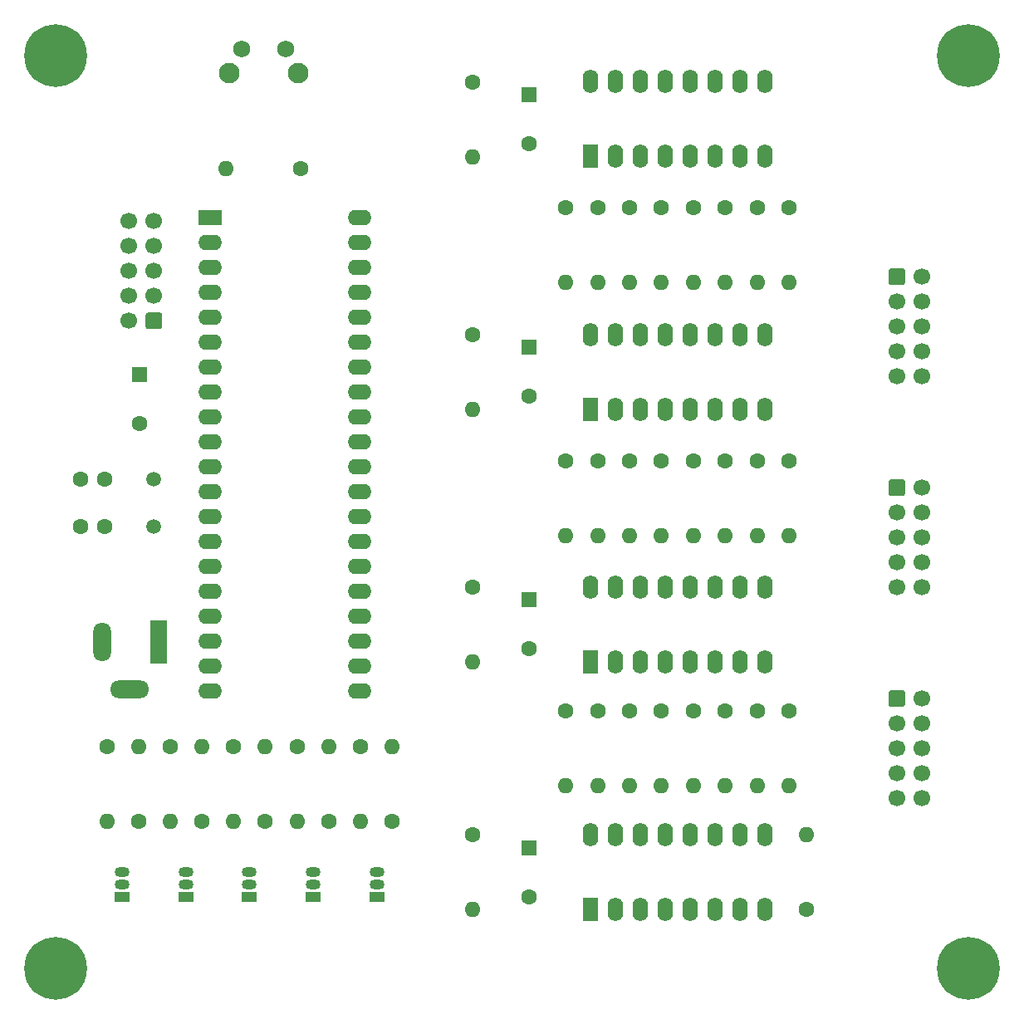
<source format=gbr>
%TF.GenerationSoftware,KiCad,Pcbnew,(5.1.10)-1*%
%TF.CreationDate,2021-09-10T20:59:57+02:00*%
%TF.ProjectId,LED_Cube_5X5X5,4c45445f-4375-4626-955f-35583558352e,rev?*%
%TF.SameCoordinates,Original*%
%TF.FileFunction,Soldermask,Bot*%
%TF.FilePolarity,Negative*%
%FSLAX46Y46*%
G04 Gerber Fmt 4.6, Leading zero omitted, Abs format (unit mm)*
G04 Created by KiCad (PCBNEW (5.1.10)-1) date 2021-09-10 20:59:57*
%MOMM*%
%LPD*%
G01*
G04 APERTURE LIST*
%ADD10C,1.700000*%
%ADD11C,1.600000*%
%ADD12R,1.600000X1.600000*%
%ADD13C,6.400000*%
%ADD14O,4.000000X1.800000*%
%ADD15O,1.800000X4.000000*%
%ADD16R,1.800000X4.400000*%
%ADD17O,1.500000X1.050000*%
%ADD18R,1.500000X1.050000*%
%ADD19O,1.600000X1.600000*%
%ADD20O,1.600000X2.400000*%
%ADD21R,1.600000X2.400000*%
%ADD22C,1.500000*%
%ADD23R,2.400000X1.600000*%
%ADD24O,2.400000X1.600000*%
%ADD25C,2.100000*%
%ADD26C,1.750000*%
G04 APERTURE END LIST*
%TO.C,J5*%
G36*
G01*
X190400000Y-123600000D02*
X190400000Y-122400000D01*
G75*
G02*
X190650000Y-122150000I250000J0D01*
G01*
X191850000Y-122150000D01*
G75*
G02*
X192100000Y-122400000I0J-250000D01*
G01*
X192100000Y-123600000D01*
G75*
G02*
X191850000Y-123850000I-250000J0D01*
G01*
X190650000Y-123850000D01*
G75*
G02*
X190400000Y-123600000I0J250000D01*
G01*
G37*
D10*
X191250000Y-125540000D03*
X191250000Y-128080000D03*
X191250000Y-130620000D03*
X191250000Y-133160000D03*
X193790000Y-123000000D03*
X193790000Y-125540000D03*
X193790000Y-128080000D03*
X193790000Y-130620000D03*
X193790000Y-133160000D03*
%TD*%
D11*
%TO.C,C1*%
X108000000Y-105500000D03*
X110500000Y-105500000D03*
%TD*%
%TO.C,C2*%
X110500000Y-100620000D03*
X108000000Y-100620000D03*
%TD*%
%TO.C,C3*%
X114000000Y-95000000D03*
D12*
X114000000Y-90000000D03*
%TD*%
%TO.C,C4*%
X153750000Y-61450000D03*
D11*
X153750000Y-66450000D03*
%TD*%
D12*
%TO.C,C5*%
X153750000Y-87200000D03*
D11*
X153750000Y-92200000D03*
%TD*%
%TO.C,C6*%
X153750000Y-117950000D03*
D12*
X153750000Y-112950000D03*
%TD*%
%TO.C,C7*%
X153750000Y-138200000D03*
D11*
X153750000Y-143200000D03*
%TD*%
D13*
%TO.C,H1*%
X105500000Y-57500000D03*
%TD*%
%TO.C,H2*%
X198500000Y-57500000D03*
%TD*%
%TO.C,H3*%
X198500000Y-150500000D03*
%TD*%
%TO.C,H4*%
X105500000Y-150500000D03*
%TD*%
D14*
%TO.C,J1*%
X113000000Y-122050000D03*
D15*
X110200000Y-117250000D03*
D16*
X116000000Y-117250000D03*
%TD*%
D17*
%TO.C,Q1*%
X112250000Y-141980000D03*
X112250000Y-140710000D03*
D18*
X112250000Y-143250000D03*
%TD*%
%TO.C,Q2*%
X118750000Y-143250000D03*
D17*
X118750000Y-140710000D03*
X118750000Y-141980000D03*
%TD*%
%TO.C,Q3*%
X125250000Y-141980000D03*
X125250000Y-140710000D03*
D18*
X125250000Y-143250000D03*
%TD*%
%TO.C,Q4*%
X131750000Y-143250000D03*
D17*
X131750000Y-140710000D03*
X131750000Y-141980000D03*
%TD*%
%TO.C,Q5*%
X138250000Y-141980000D03*
X138250000Y-140710000D03*
D18*
X138250000Y-143250000D03*
%TD*%
D11*
%TO.C,R1*%
X130500000Y-69000000D03*
D19*
X122880000Y-69000000D03*
%TD*%
D11*
%TO.C,R4*%
X148000000Y-60140000D03*
D19*
X148000000Y-67760000D03*
%TD*%
%TO.C,R5*%
X113972222Y-127880000D03*
D11*
X113972222Y-135500000D03*
%TD*%
%TO.C,R6*%
X120416666Y-135500000D03*
D19*
X120416666Y-127880000D03*
%TD*%
%TO.C,R7*%
X126861110Y-127880000D03*
D11*
X126861110Y-135500000D03*
%TD*%
D19*
%TO.C,R8*%
X133305554Y-127880000D03*
D11*
X133305554Y-135500000D03*
%TD*%
D19*
%TO.C,R9*%
X139750000Y-127880000D03*
D11*
X139750000Y-135500000D03*
%TD*%
D19*
%TO.C,R10*%
X110750000Y-135500000D03*
D11*
X110750000Y-127880000D03*
%TD*%
%TO.C,R11*%
X117194444Y-127880000D03*
D19*
X117194444Y-135500000D03*
%TD*%
D11*
%TO.C,R12*%
X123638888Y-127880000D03*
D19*
X123638888Y-135500000D03*
%TD*%
D11*
%TO.C,R13*%
X130083332Y-127880000D03*
D19*
X130083332Y-135500000D03*
%TD*%
D11*
%TO.C,R14*%
X136527776Y-127880000D03*
D19*
X136527776Y-135500000D03*
%TD*%
D11*
%TO.C,R16*%
X157500000Y-73000000D03*
D19*
X157500000Y-80620000D03*
%TD*%
%TO.C,R17*%
X160750000Y-80620000D03*
D11*
X160750000Y-73000000D03*
%TD*%
%TO.C,R18*%
X164000000Y-73000000D03*
D19*
X164000000Y-80620000D03*
%TD*%
%TO.C,R19*%
X167250000Y-80620000D03*
D11*
X167250000Y-73000000D03*
%TD*%
%TO.C,R20*%
X170500000Y-73000000D03*
D19*
X170500000Y-80620000D03*
%TD*%
%TO.C,R21*%
X173750000Y-80620000D03*
D11*
X173750000Y-73000000D03*
%TD*%
%TO.C,R22*%
X177000000Y-73000000D03*
D19*
X177000000Y-80620000D03*
%TD*%
%TO.C,R23*%
X180250000Y-80620000D03*
D11*
X180250000Y-73000000D03*
%TD*%
%TO.C,R24*%
X148000000Y-85890000D03*
D19*
X148000000Y-93510000D03*
%TD*%
D11*
%TO.C,R25*%
X157500000Y-98750000D03*
D19*
X157500000Y-106370000D03*
%TD*%
%TO.C,R26*%
X160750000Y-106370000D03*
D11*
X160750000Y-98750000D03*
%TD*%
%TO.C,R27*%
X164000000Y-98750000D03*
D19*
X164000000Y-106370000D03*
%TD*%
%TO.C,R28*%
X167250000Y-106370000D03*
D11*
X167250000Y-98750000D03*
%TD*%
%TO.C,R29*%
X170500000Y-98750000D03*
D19*
X170500000Y-106370000D03*
%TD*%
%TO.C,R30*%
X173750000Y-106370000D03*
D11*
X173750000Y-98750000D03*
%TD*%
%TO.C,R31*%
X177000000Y-98750000D03*
D19*
X177000000Y-106370000D03*
%TD*%
%TO.C,R32*%
X180250000Y-106370000D03*
D11*
X180250000Y-98750000D03*
%TD*%
D19*
%TO.C,R34*%
X148000000Y-119260000D03*
D11*
X148000000Y-111640000D03*
%TD*%
%TO.C,R35*%
X157500000Y-124250000D03*
D19*
X157500000Y-131870000D03*
%TD*%
%TO.C,R36*%
X160750000Y-131870000D03*
D11*
X160750000Y-124250000D03*
%TD*%
%TO.C,R37*%
X164000000Y-124250000D03*
D19*
X164000000Y-131870000D03*
%TD*%
%TO.C,R38*%
X167250000Y-131870000D03*
D11*
X167250000Y-124250000D03*
%TD*%
%TO.C,R39*%
X170500000Y-124250000D03*
D19*
X170500000Y-131870000D03*
%TD*%
%TO.C,R40*%
X173750000Y-131870000D03*
D11*
X173750000Y-124250000D03*
%TD*%
%TO.C,R41*%
X177000000Y-124250000D03*
D19*
X177000000Y-131870000D03*
%TD*%
%TO.C,R42*%
X180250000Y-131870000D03*
D11*
X180250000Y-124250000D03*
%TD*%
%TO.C,R43*%
X182000000Y-144510000D03*
D19*
X182000000Y-136890000D03*
%TD*%
D11*
%TO.C,R45*%
X148000000Y-136890000D03*
D19*
X148000000Y-144510000D03*
%TD*%
D20*
%TO.C,U2*%
X160000000Y-60130000D03*
X177780000Y-67750000D03*
X162540000Y-60130000D03*
X175240000Y-67750000D03*
X165080000Y-60130000D03*
X172700000Y-67750000D03*
X167620000Y-60130000D03*
X170160000Y-67750000D03*
X170160000Y-60130000D03*
X167620000Y-67750000D03*
X172700000Y-60130000D03*
X165080000Y-67750000D03*
X175240000Y-60130000D03*
X162540000Y-67750000D03*
X177780000Y-60130000D03*
D21*
X160000000Y-67750000D03*
%TD*%
%TO.C,U3*%
X160000000Y-93500000D03*
D20*
X177780000Y-85880000D03*
X162540000Y-93500000D03*
X175240000Y-85880000D03*
X165080000Y-93500000D03*
X172700000Y-85880000D03*
X167620000Y-93500000D03*
X170160000Y-85880000D03*
X170160000Y-93500000D03*
X167620000Y-85880000D03*
X172700000Y-93500000D03*
X165080000Y-85880000D03*
X175240000Y-93500000D03*
X162540000Y-85880000D03*
X177780000Y-93500000D03*
X160000000Y-85880000D03*
%TD*%
%TO.C,U4*%
X160000000Y-111630000D03*
X177780000Y-119250000D03*
X162540000Y-111630000D03*
X175240000Y-119250000D03*
X165080000Y-111630000D03*
X172700000Y-119250000D03*
X167620000Y-111630000D03*
X170160000Y-119250000D03*
X170160000Y-111630000D03*
X167620000Y-119250000D03*
X172700000Y-111630000D03*
X165080000Y-119250000D03*
X175240000Y-111630000D03*
X162540000Y-119250000D03*
X177780000Y-111630000D03*
D21*
X160000000Y-119250000D03*
%TD*%
%TO.C,U5*%
X160000000Y-144500000D03*
D20*
X177780000Y-136880000D03*
X162540000Y-144500000D03*
X175240000Y-136880000D03*
X165080000Y-144500000D03*
X172700000Y-136880000D03*
X167620000Y-144500000D03*
X170160000Y-136880000D03*
X170160000Y-144500000D03*
X167620000Y-136880000D03*
X172700000Y-144500000D03*
X165080000Y-136880000D03*
X175240000Y-144500000D03*
X162540000Y-136880000D03*
X177780000Y-144500000D03*
X160000000Y-136880000D03*
%TD*%
D22*
%TO.C,Y1*%
X115500000Y-105500000D03*
X115500000Y-100620000D03*
%TD*%
D23*
%TO.C,U1*%
X121250000Y-74000000D03*
D24*
X136490000Y-122260000D03*
X121250000Y-76540000D03*
X136490000Y-119720000D03*
X121250000Y-79080000D03*
X136490000Y-117180000D03*
X121250000Y-81620000D03*
X136490000Y-114640000D03*
X121250000Y-84160000D03*
X136490000Y-112100000D03*
X121250000Y-86700000D03*
X136490000Y-109560000D03*
X121250000Y-89240000D03*
X136490000Y-107020000D03*
X121250000Y-91780000D03*
X136490000Y-104480000D03*
X121250000Y-94320000D03*
X136490000Y-101940000D03*
X121250000Y-96860000D03*
X136490000Y-99400000D03*
X121250000Y-99400000D03*
X136490000Y-96860000D03*
X121250000Y-101940000D03*
X136490000Y-94320000D03*
X121250000Y-104480000D03*
X136490000Y-91780000D03*
X121250000Y-107020000D03*
X136490000Y-89240000D03*
X121250000Y-109560000D03*
X136490000Y-86700000D03*
X121250000Y-112100000D03*
X136490000Y-84160000D03*
X121250000Y-114640000D03*
X136490000Y-81620000D03*
X121250000Y-117180000D03*
X136490000Y-79080000D03*
X121250000Y-119720000D03*
X136490000Y-76540000D03*
X121250000Y-122260000D03*
X136490000Y-74000000D03*
%TD*%
%TO.C,J2*%
G36*
G01*
X116350000Y-83900000D02*
X116350000Y-85100000D01*
G75*
G02*
X116100000Y-85350000I-250000J0D01*
G01*
X114900000Y-85350000D01*
G75*
G02*
X114650000Y-85100000I0J250000D01*
G01*
X114650000Y-83900000D01*
G75*
G02*
X114900000Y-83650000I250000J0D01*
G01*
X116100000Y-83650000D01*
G75*
G02*
X116350000Y-83900000I0J-250000D01*
G01*
G37*
D10*
X115500000Y-81960000D03*
X115500000Y-79420000D03*
X115500000Y-76880000D03*
X115500000Y-74340000D03*
X112960000Y-84500000D03*
X112960000Y-81960000D03*
X112960000Y-79420000D03*
X112960000Y-76880000D03*
X112960000Y-74340000D03*
%TD*%
%TO.C,J3*%
G36*
G01*
X190400000Y-80600000D02*
X190400000Y-79400000D01*
G75*
G02*
X190650000Y-79150000I250000J0D01*
G01*
X191850000Y-79150000D01*
G75*
G02*
X192100000Y-79400000I0J-250000D01*
G01*
X192100000Y-80600000D01*
G75*
G02*
X191850000Y-80850000I-250000J0D01*
G01*
X190650000Y-80850000D01*
G75*
G02*
X190400000Y-80600000I0J250000D01*
G01*
G37*
X191250000Y-82540000D03*
X191250000Y-85080000D03*
X191250000Y-87620000D03*
X191250000Y-90160000D03*
X193790000Y-80000000D03*
X193790000Y-82540000D03*
X193790000Y-85080000D03*
X193790000Y-87620000D03*
X193790000Y-90160000D03*
%TD*%
%TO.C,J4*%
X193790000Y-111660000D03*
X193790000Y-109120000D03*
X193790000Y-106580000D03*
X193790000Y-104040000D03*
X193790000Y-101500000D03*
X191250000Y-111660000D03*
X191250000Y-109120000D03*
X191250000Y-106580000D03*
X191250000Y-104040000D03*
G36*
G01*
X190400000Y-102100000D02*
X190400000Y-100900000D01*
G75*
G02*
X190650000Y-100650000I250000J0D01*
G01*
X191850000Y-100650000D01*
G75*
G02*
X192100000Y-100900000I0J-250000D01*
G01*
X192100000Y-102100000D01*
G75*
G02*
X191850000Y-102350000I-250000J0D01*
G01*
X190650000Y-102350000D01*
G75*
G02*
X190400000Y-102100000I0J250000D01*
G01*
G37*
%TD*%
D25*
%TO.C,RES*%
X130175000Y-59240000D03*
D26*
X128915000Y-56750000D03*
X124415000Y-56750000D03*
D25*
X123165000Y-59240000D03*
%TD*%
M02*

</source>
